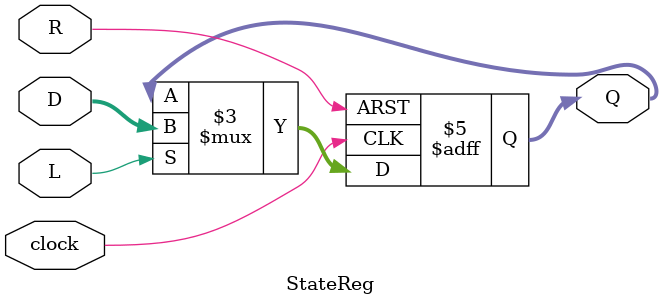
<source format=v>
module StateReg(Q, D, L, R, clock);
	parameter N = 2; // number of bits
	output reg [N-1:0]Q; // registered output
	input [N-1:0]D; // data input
	input L; // load enable
	input R; // positive logic asynchronous reset
	input clock; // positive edge clock
	
	always @(posedge clock or posedge R) begin
		if(R)
			Q <= 0;
		else if(L)
			Q <= D;
		else
			Q <= Q;
	end
endmodule

</source>
